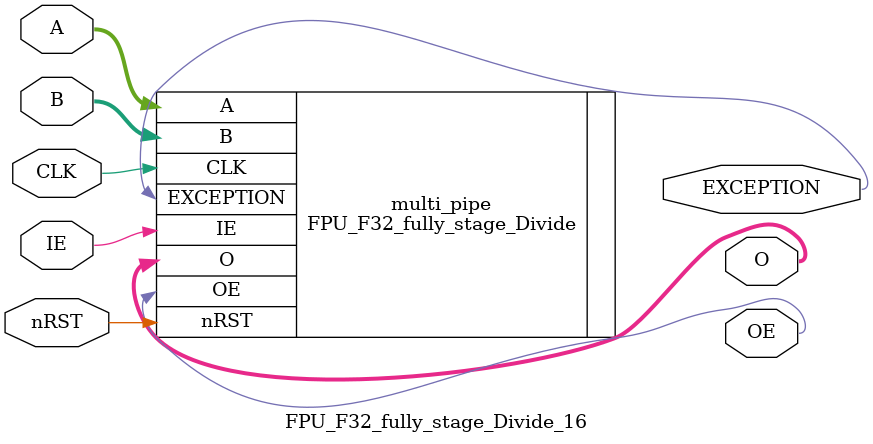
<source format=v>
`include "testdrive_system.vh"

module FPU_F32_fully_stage_Divide_16 (
		input					CLK,		// clock
		input					nRST,		// reset (active low)
		input					IE,			// input enable
		input	[31:0]			A,			// A
		input	[31:0]			B,			// B
		output					OE,			// output enable
		output					EXCEPTION,	// EXCEPTION
		output	[31:0]			O			// output
	);

	// definition & assignment ---------------------------------------------------

	// implementation ------------------------------------------------------------
	FPU_F32_fully_stage_Divide #(
		.CYCLE		(16)
	) multi_pipe (
		.CLK		(CLK),
		.nRST		(nRST),
		.IE			(IE),
		.A			(A),
		.B			(B),
		.OE			(OE),
		.EXCEPTION	(EXCEPTION),
		.O			(O)
	);

endmodule

</source>
